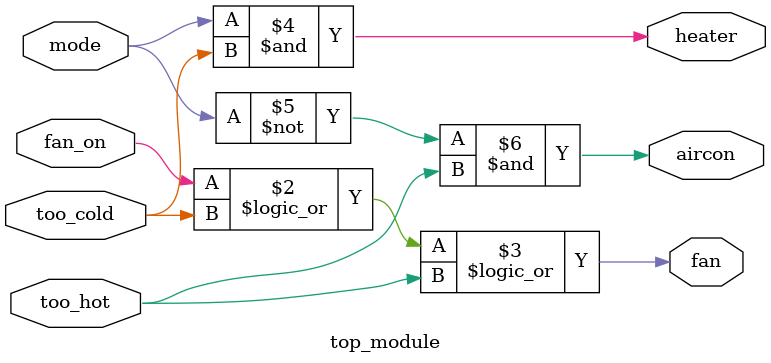
<source format=sv>
module top_module(
    input mode,
    input too_cold, 
    input too_hot,
    input fan_on,
    output heater,
    output aircon,
    output fan
);

reg fan;
reg heater;
reg aircon;

always @(*) begin
    fan = fan_on || too_cold || too_hot;
    heater = mode & too_cold;
    aircon = ~mode & too_hot;
end

endmodule

</source>
